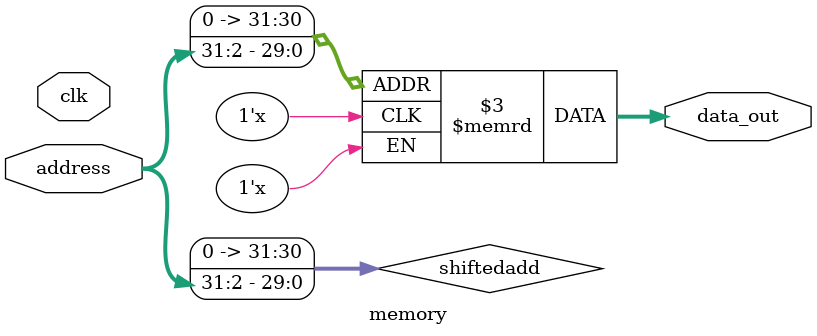
<source format=v>

module memory
#(
    parameter addresswidth  = 32,
    parameter depth         = 2**14,
    parameter width         = 32,
    parameter loadfrom      = "NONE"
)
(
    output reg [width-1:0]     data_out,
    input                      clk,
    input [addresswidth-1:0]   address
);
    reg [width-1:0] shiftedadd;
    reg [width-1:0] mem [depth-1:0];

    always @(address) begin 
        shiftedadd = address >> 2;
        data_out = mem[shiftedadd];
    end
//    initial begin
//        if ((loadfrom == "NONE") | (loadfrom == "")) begin
//            $display("\tNo instruction memory memfile specified");
//        end else begin
//            $display("\tLoading \"%s\" into instruction memory", loadfrom);
//            $readmemh(loadfrom, mem); // Still throws "can not open in read mode" error?
//        end
//    end
endmodule
</source>
